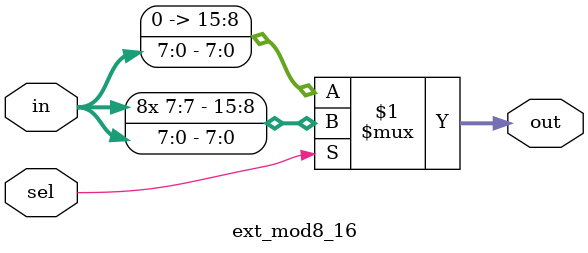
<source format=v>
module ext_mod8_16(out, sel, in);
    input [7:0] in;
    input sel;
    output [15:0] out;
    
    assign out = sel ? {{8{in[7]}}, {in}} : {{8{1'b0}}, {in}};

endmodule 

</source>
